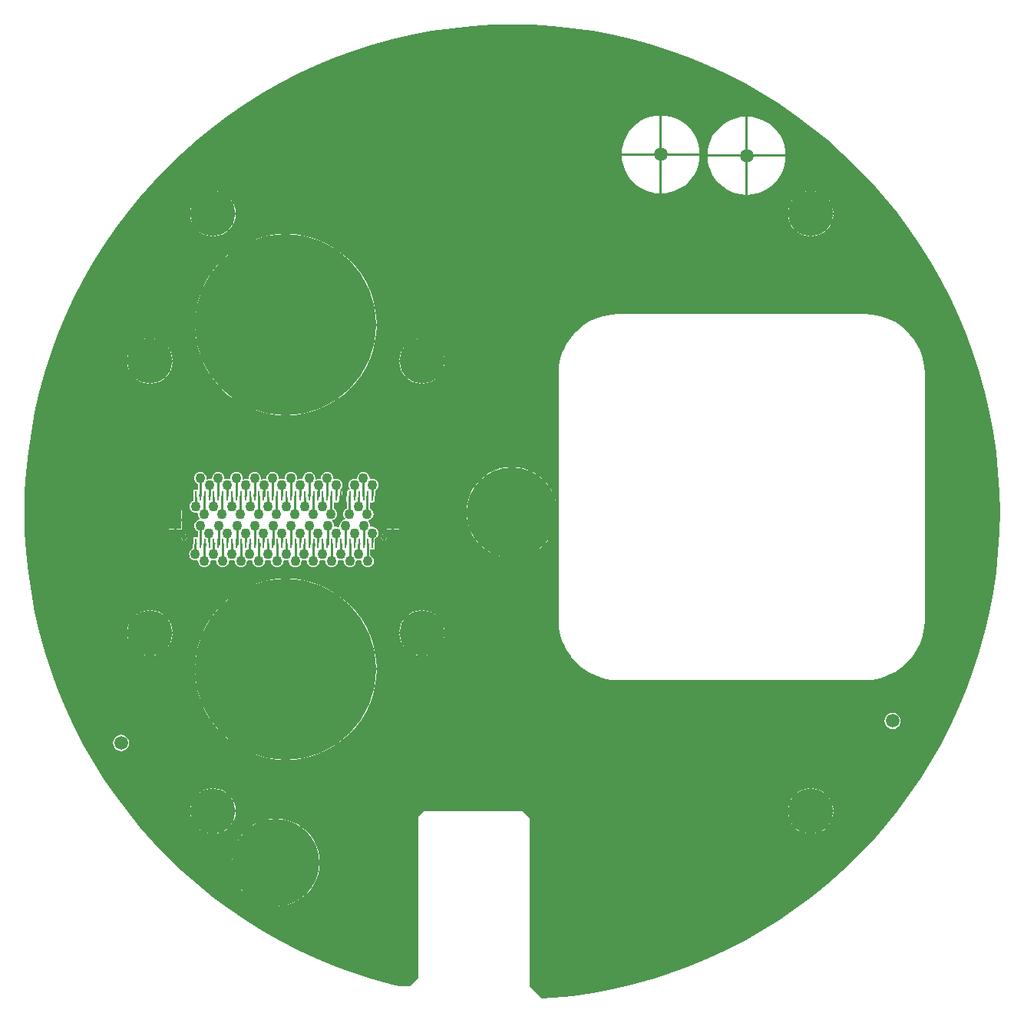
<source format=gbl>
G04 Layer_Physical_Order=2*
G04 Layer_Color=16711680*
%FSLAX42Y42*%
%MOMM*%
G71*
G01*
G75*
%ADD11R,0.25X1.12*%
G04:AMPARAMS|DCode=12|XSize=0.25mm|YSize=1.12mm|CornerRadius=0.13mm|HoleSize=0mm|Usage=FLASHONLY|Rotation=0.000|XOffset=0mm|YOffset=0mm|HoleType=Round|Shape=RoundedRectangle|*
%AMROUNDEDRECTD12*
21,1,0.25,0.86,0,0,0.0*
21,1,0.00,1.12,0,0,0.0*
1,1,0.25,0.00,-0.43*
1,1,0.25,0.00,-0.43*
1,1,0.25,0.00,0.43*
1,1,0.25,0.00,0.43*
%
%ADD12ROUNDEDRECTD12*%
%ADD13R,1.42X2.11*%
%ADD14C,0.25*%
%ADD15C,1.52*%
%ADD17C,0.66*%
%ADD18C,5.00*%
%ADD19C,20.00*%
%ADD20C,10.00*%
%ADD21C,9.64*%
%ADD22C,1.10*%
G04:AMPARAMS|DCode=23|XSize=1.52mm|YSize=1.52mm|CornerRadius=0.76mm|HoleSize=0mm|Usage=FLASHONLY|Rotation=180.000|XOffset=0mm|YOffset=0mm|HoleType=Round|Shape=RoundedRectangle|*
%AMROUNDEDRECTD23*
21,1,1.52,0.00,0,0,180.0*
21,1,0.00,1.52,0,0,180.0*
1,1,1.52,0.00,0.00*
1,1,1.52,0.00,0.00*
1,1,1.52,0.00,0.00*
1,1,1.52,0.00,0.00*
%
%ADD23ROUNDEDRECTD23*%
G04:AMPARAMS|DCode=24|XSize=1.52mm|YSize=1.52mm|CornerRadius=0.76mm|HoleSize=0mm|Usage=FLASHONLY|Rotation=90.000|XOffset=0mm|YOffset=0mm|HoleType=Round|Shape=RoundedRectangle|*
%AMROUNDEDRECTD24*
21,1,1.52,0.00,0,0,90.0*
21,1,0.00,1.52,0,0,90.0*
1,1,1.52,0.00,0.00*
1,1,1.52,0.00,0.00*
1,1,1.52,0.00,0.00*
1,1,1.52,0.00,0.00*
%
%ADD24ROUNDEDRECTD24*%
G36*
X11726Y16878D02*
X11948Y16865D01*
X12169Y16842D01*
X12389Y16810D01*
X12608Y16769D01*
X12824Y16718D01*
X13039Y16659D01*
X13250Y16592D01*
X13459Y16515D01*
X13665Y16430D01*
X13866Y16336D01*
X14064Y16235D01*
X14257Y16125D01*
X14446Y16007D01*
X14629Y15882D01*
X14808Y15749D01*
X14980Y15609D01*
X15147Y15461D01*
X15307Y15307D01*
X15461Y15147D01*
X15609Y14980D01*
X15749Y14808D01*
X15882Y14629D01*
X16007Y14446D01*
X16125Y14257D01*
X16235Y14064D01*
X16336Y13866D01*
X16430Y13665D01*
X16515Y13459D01*
X16592Y13250D01*
X16659Y13039D01*
X16718Y12824D01*
X16769Y12608D01*
X16810Y12389D01*
X16842Y12169D01*
X16865Y11948D01*
X16878Y11726D01*
X16883Y11504D01*
X16878Y11281D01*
X16865Y11059D01*
X16842Y10838D01*
X16810Y10618D01*
X16769Y10400D01*
X16718Y10183D01*
X16659Y9969D01*
X16592Y9757D01*
X16515Y9548D01*
X16430Y9343D01*
X16336Y9141D01*
X16235Y8943D01*
X16125Y8750D01*
X16007Y8561D01*
X15882Y8378D01*
X15749Y8200D01*
X15609Y8027D01*
X15461Y7860D01*
X15307Y7700D01*
X15147Y7546D01*
X14980Y7399D01*
X14808Y7259D01*
X14629Y7126D01*
X14446Y7000D01*
X14257Y6883D01*
X14064Y6773D01*
X13866Y6671D01*
X13665Y6577D01*
X13459Y6492D01*
X13250Y6416D01*
X13039Y6348D01*
X12824Y6289D01*
X12608Y6239D01*
X12389Y6198D01*
X12169Y6166D01*
X11948Y6143D01*
X11829Y6135D01*
X11701Y6264D01*
Y8115D01*
X11700Y8122D01*
X11696Y8127D01*
X11627Y8196D01*
X11622Y8199D01*
X11615Y8201D01*
X10538D01*
X10532Y8199D01*
X10527Y8196D01*
X10473Y8142D01*
X10470Y8137D01*
X10468Y8131D01*
Y6362D01*
X10377Y6271D01*
X10259D01*
X10258Y6272D01*
Y6272D01*
X10183Y6289D01*
X9969Y6348D01*
X9757Y6416D01*
X9548Y6492D01*
X9343Y6577D01*
X9141Y6671D01*
X8943Y6773D01*
X8750Y6883D01*
X8561Y7000D01*
X8378Y7126D01*
X8200Y7259D01*
X8027Y7399D01*
X7860Y7546D01*
X7700Y7700D01*
X7546Y7860D01*
X7399Y8027D01*
X7259Y8200D01*
X7126Y8378D01*
X7000Y8561D01*
X6883Y8750D01*
X6773Y8943D01*
X6671Y9141D01*
X6577Y9343D01*
X6492Y9548D01*
X6416Y9757D01*
X6348Y9969D01*
X6289Y10183D01*
X6239Y10400D01*
X6198Y10618D01*
X6166Y10838D01*
X6143Y11059D01*
X6129Y11281D01*
X6124Y11504D01*
X6129Y11726D01*
X6143Y11948D01*
X6166Y12169D01*
X6198Y12389D01*
X6239Y12608D01*
X6289Y12824D01*
X6348Y13039D01*
X6416Y13250D01*
X6492Y13459D01*
X6577Y13665D01*
X6671Y13866D01*
X6773Y14064D01*
X6883Y14257D01*
X7000Y14446D01*
X7126Y14629D01*
X7259Y14808D01*
X7399Y14980D01*
X7546Y15147D01*
X7700Y15307D01*
X7860Y15461D01*
X8027Y15609D01*
X8200Y15749D01*
X8378Y15882D01*
X8561Y16007D01*
X8750Y16125D01*
X8943Y16235D01*
X9141Y16336D01*
X9343Y16430D01*
X9548Y16515D01*
X9757Y16592D01*
X9969Y16659D01*
X10183Y16718D01*
X10400Y16769D01*
X10618Y16810D01*
X10838Y16842D01*
X11059Y16865D01*
X11281Y16878D01*
X11504Y16883D01*
X11726Y16878D01*
D02*
G37*
%LPC*%
G36*
X10521Y10420D02*
Y10183D01*
X10758D01*
X10754Y10219D01*
X10740Y10266D01*
X10717Y10310D01*
X10686Y10348D01*
X10648Y10379D01*
X10604Y10402D01*
X10557Y10417D01*
X10521Y10420D01*
D02*
G37*
G36*
X7521D02*
Y10183D01*
X7758D01*
X7755Y10219D01*
X7740Y10266D01*
X7717Y10310D01*
X7686Y10348D01*
X7648Y10379D01*
X7604Y10402D01*
X7557Y10417D01*
X7521Y10420D01*
D02*
G37*
G36*
X12000Y11487D02*
X11513D01*
Y11000D01*
X11565Y11003D01*
X11630Y11016D01*
X11692Y11037D01*
X11751Y11066D01*
X11805Y11102D01*
X11854Y11146D01*
X11898Y11195D01*
X11934Y11249D01*
X11963Y11308D01*
X11984Y11370D01*
X11997Y11435D01*
X12000Y11487D01*
D02*
G37*
G36*
X11487D02*
X11000D01*
X11003Y11435D01*
X11016Y11370D01*
X11037Y11308D01*
X11066Y11249D01*
X11102Y11195D01*
X11146Y11146D01*
X11195Y11102D01*
X11249Y11066D01*
X11308Y11037D01*
X11370Y11016D01*
X11435Y11003D01*
X11487Y11000D01*
Y11487D01*
D02*
G37*
G36*
X10495Y10420D02*
X10459Y10417D01*
X10412Y10402D01*
X10368Y10379D01*
X10330Y10348D01*
X10299Y10310D01*
X10276Y10266D01*
X10262Y10219D01*
X10258Y10183D01*
X10495D01*
Y10420D01*
D02*
G37*
G36*
X7758Y10157D02*
X7521D01*
Y9920D01*
X7557Y9924D01*
X7604Y9938D01*
X7648Y9961D01*
X7686Y9993D01*
X7717Y10031D01*
X7740Y10074D01*
X7755Y10121D01*
X7758Y10157D01*
D02*
G37*
G36*
X10495D02*
X10258D01*
X10262Y10121D01*
X10276Y10074D01*
X10299Y10031D01*
X10330Y9993D01*
X10368Y9961D01*
X10412Y9938D01*
X10459Y9924D01*
X10495Y9920D01*
Y10157D01*
D02*
G37*
G36*
X7496Y10420D02*
X7459Y10417D01*
X7412Y10402D01*
X7369Y10379D01*
X7331Y10348D01*
X7299Y10310D01*
X7276Y10266D01*
X7262Y10219D01*
X7258Y10183D01*
X7496D01*
Y10420D01*
D02*
G37*
G36*
X10758Y10157D02*
X10521D01*
Y9920D01*
X10557Y9924D01*
X10604Y9938D01*
X10648Y9961D01*
X10686Y9993D01*
X10717Y10031D01*
X10740Y10074D01*
X10754Y10121D01*
X10758Y10157D01*
D02*
G37*
G36*
X10102Y11258D02*
Y11240D01*
X10120D01*
X10120Y11240D01*
X10113Y11251D01*
X10102Y11258D01*
X10102Y11258D01*
D02*
G37*
G36*
X10076D02*
X10076Y11258D01*
X10065Y11251D01*
X10058Y11240D01*
X10058Y11240D01*
X10076D01*
Y11258D01*
D02*
G37*
G36*
X7775Y11405D02*
X7716D01*
Y11312D01*
X7775D01*
Y11405D01*
D02*
G37*
G36*
X7899Y11258D02*
Y11240D01*
X7918D01*
X7918Y11240D01*
X7910Y11251D01*
X7899Y11258D01*
X7899Y11258D01*
D02*
G37*
G36*
X7874D02*
X7874Y11258D01*
X7863Y11251D01*
X7855Y11240D01*
X7855Y11240D01*
X7874D01*
Y11258D01*
D02*
G37*
G36*
X7918Y11215D02*
X7899D01*
Y11196D01*
X7899Y11196D01*
X7910Y11204D01*
X7918Y11214D01*
X7918Y11215D01*
D02*
G37*
G36*
X10076D02*
X10058D01*
X10058Y11214D01*
X10065Y11204D01*
X10076Y11196D01*
X10076Y11196D01*
Y11215D01*
D02*
G37*
G36*
X10120D02*
X10102D01*
Y11196D01*
X10102Y11196D01*
X10113Y11204D01*
X10120Y11214D01*
X10120Y11215D01*
D02*
G37*
G36*
X7874D02*
X7855D01*
X7855Y11214D01*
X7863Y11204D01*
X7874Y11196D01*
X7874Y11196D01*
Y11215D01*
D02*
G37*
G36*
X7496Y10157D02*
X7258D01*
X7262Y10121D01*
X7276Y10074D01*
X7299Y10031D01*
X7331Y9993D01*
X7369Y9961D01*
X7412Y9938D01*
X7459Y9924D01*
X7496Y9920D01*
Y10157D01*
D02*
G37*
G36*
X8191Y8191D02*
X7954D01*
X7958Y8155D01*
X7972Y8108D01*
X7995Y8064D01*
X8026Y8026D01*
X8064Y7995D01*
X8108Y7972D01*
X8155Y7958D01*
X8191Y7954D01*
Y8191D01*
D02*
G37*
G36*
X15046Y8191D02*
X14809D01*
Y7954D01*
X14845Y7958D01*
X14892Y7972D01*
X14936Y7995D01*
X14974Y8026D01*
X15005Y8064D01*
X15028Y8108D01*
X15042Y8155D01*
X15046Y8191D01*
D02*
G37*
G36*
X14783Y8454D02*
X14747Y8450D01*
X14700Y8436D01*
X14656Y8413D01*
X14618Y8382D01*
X14587Y8343D01*
X14564Y8300D01*
X14550Y8253D01*
X14546Y8217D01*
X14783D01*
Y8454D01*
D02*
G37*
G36*
X8454Y8191D02*
X8217D01*
Y7954D01*
X8253Y7958D01*
X8300Y7972D01*
X8344Y7995D01*
X8382Y8026D01*
X8413Y8064D01*
X8436Y8108D01*
X8450Y8155D01*
X8454Y8191D01*
D02*
G37*
G36*
X14783Y8191D02*
X14546D01*
X14550Y8155D01*
X14564Y8108D01*
X14587Y8064D01*
X14618Y8026D01*
X14656Y7995D01*
X14700Y7972D01*
X14747Y7958D01*
X14783Y7954D01*
Y8191D01*
D02*
G37*
G36*
X9380Y7624D02*
X8911D01*
Y7155D01*
X8961Y7158D01*
X9023Y7170D01*
X9083Y7191D01*
X9140Y7219D01*
X9192Y7254D01*
X9240Y7295D01*
X9281Y7343D01*
X9317Y7395D01*
X9345Y7452D01*
X9365Y7512D01*
X9377Y7574D01*
X9380Y7624D01*
D02*
G37*
G36*
X8886D02*
X8416D01*
X8419Y7574D01*
X8432Y7512D01*
X8452Y7452D01*
X8480Y7395D01*
X8515Y7343D01*
X8557Y7295D01*
X8604Y7254D01*
X8657Y7219D01*
X8713Y7191D01*
X8773Y7170D01*
X8835Y7158D01*
X8886Y7155D01*
Y7624D01*
D02*
G37*
G36*
X8911Y8119D02*
Y7650D01*
X9380D01*
X9377Y7700D01*
X9365Y7762D01*
X9345Y7822D01*
X9317Y7878D01*
X9281Y7931D01*
X9240Y7979D01*
X9192Y8020D01*
X9140Y8055D01*
X9083Y8083D01*
X9023Y8104D01*
X8961Y8116D01*
X8911Y8119D01*
D02*
G37*
G36*
X8886D02*
X8835Y8116D01*
X8773Y8104D01*
X8713Y8083D01*
X8657Y8055D01*
X8604Y8020D01*
X8557Y7979D01*
X8515Y7931D01*
X8480Y7878D01*
X8452Y7822D01*
X8432Y7762D01*
X8419Y7700D01*
X8416Y7650D01*
X8886D01*
Y8119D01*
D02*
G37*
G36*
X15700Y9290D02*
X15677Y9286D01*
X15655Y9278D01*
X15636Y9263D01*
X15622Y9245D01*
X15613Y9223D01*
X15610Y9200D01*
X15613Y9177D01*
X15622Y9155D01*
X15636Y9136D01*
X15655Y9122D01*
X15677Y9113D01*
X15700Y9110D01*
X15723Y9113D01*
X15745Y9122D01*
X15763Y9136D01*
X15777Y9155D01*
X15786Y9177D01*
X15789Y9200D01*
X15786Y9223D01*
X15777Y9245D01*
X15763Y9263D01*
X15745Y9278D01*
X15723Y9286D01*
X15700Y9290D01*
D02*
G37*
G36*
X7191Y9046D02*
X7168Y9043D01*
X7146Y9034D01*
X7127Y9019D01*
X7113Y9001D01*
X7104Y8979D01*
X7101Y8956D01*
X7104Y8933D01*
X7113Y8911D01*
X7127Y8893D01*
X7146Y8878D01*
X7168Y8869D01*
X7191Y8866D01*
X7214Y8869D01*
X7236Y8878D01*
X7254Y8893D01*
X7268Y8911D01*
X7277Y8933D01*
X7280Y8956D01*
X7277Y8979D01*
X7268Y9001D01*
X7254Y9019D01*
X7236Y9034D01*
X7214Y9043D01*
X7191Y9046D01*
D02*
G37*
G36*
X9021Y10771D02*
Y9783D01*
X10009D01*
X10005Y9868D01*
X9990Y9966D01*
X9966Y10061D01*
X9933Y10153D01*
X9891Y10242D01*
X9841Y10326D01*
X9782Y10405D01*
X9716Y10478D01*
X9643Y10544D01*
X9564Y10603D01*
X9480Y10653D01*
X9391Y10695D01*
X9299Y10728D01*
X9203Y10752D01*
X9106Y10767D01*
X9021Y10771D01*
D02*
G37*
G36*
X8995D02*
X8910Y10767D01*
X8813Y10752D01*
X8717Y10728D01*
X8625Y10695D01*
X8536Y10653D01*
X8452Y10603D01*
X8373Y10544D01*
X8300Y10478D01*
X8234Y10405D01*
X8176Y10326D01*
X8125Y10242D01*
X8083Y10153D01*
X8050Y10061D01*
X8026Y9966D01*
X8012Y9868D01*
X8008Y9783D01*
X8995D01*
Y10771D01*
D02*
G37*
G36*
X10009Y9757D02*
X9021D01*
Y8770D01*
X9106Y8774D01*
X9203Y8788D01*
X9299Y8812D01*
X9391Y8845D01*
X9480Y8887D01*
X9564Y8938D01*
X9643Y8996D01*
X9716Y9062D01*
X9782Y9135D01*
X9841Y9214D01*
X9891Y9298D01*
X9933Y9387D01*
X9966Y9480D01*
X9990Y9575D01*
X10005Y9672D01*
X10009Y9757D01*
D02*
G37*
G36*
X8191Y8454D02*
X8155Y8450D01*
X8108Y8436D01*
X8064Y8413D01*
X8026Y8382D01*
X7995Y8344D01*
X7972Y8300D01*
X7958Y8253D01*
X7954Y8217D01*
X8191D01*
Y8454D01*
D02*
G37*
G36*
X14809Y8454D02*
Y8217D01*
X15046D01*
X15042Y8253D01*
X15028Y8300D01*
X15005Y8343D01*
X14974Y8382D01*
X14936Y8413D01*
X14892Y8436D01*
X14845Y8450D01*
X14809Y8454D01*
D02*
G37*
G36*
X8995Y9757D02*
X8008D01*
X8012Y9672D01*
X8026Y9575D01*
X8050Y9480D01*
X8083Y9387D01*
X8125Y9298D01*
X8176Y9214D01*
X8234Y9135D01*
X8300Y9062D01*
X8373Y8996D01*
X8452Y8938D01*
X8536Y8887D01*
X8625Y8845D01*
X8717Y8812D01*
X8813Y8788D01*
X8910Y8774D01*
X8995Y8770D01*
Y9757D01*
D02*
G37*
G36*
X8217Y8454D02*
Y8217D01*
X8454D01*
X8450Y8253D01*
X8436Y8300D01*
X8413Y8344D01*
X8382Y8382D01*
X8344Y8413D01*
X8300Y8436D01*
X8253Y8450D01*
X8217Y8454D01*
D02*
G37*
G36*
X7859Y11405D02*
X7800D01*
Y11312D01*
X7859D01*
Y11405D01*
D02*
G37*
G36*
X15046Y14783D02*
X14809D01*
Y14546D01*
X14845Y14550D01*
X14892Y14564D01*
X14936Y14587D01*
X14974Y14618D01*
X15005Y14657D01*
X15028Y14700D01*
X15042Y14747D01*
X15046Y14783D01*
D02*
G37*
G36*
X14783D02*
X14546D01*
X14550Y14747D01*
X14564Y14700D01*
X14587Y14657D01*
X14618Y14618D01*
X14657Y14587D01*
X14700Y14564D01*
X14747Y14550D01*
X14783Y14546D01*
Y14783D01*
D02*
G37*
G36*
X8217Y15046D02*
Y14809D01*
X8454D01*
X8450Y14845D01*
X8436Y14892D01*
X8413Y14936D01*
X8382Y14974D01*
X8343Y15005D01*
X8300Y15028D01*
X8253Y15042D01*
X8217Y15046D01*
D02*
G37*
G36*
X8191D02*
X8155Y15042D01*
X8108Y15028D01*
X8064Y15005D01*
X8026Y14974D01*
X7995Y14936D01*
X7972Y14892D01*
X7958Y14845D01*
X7954Y14809D01*
X8191D01*
Y15046D01*
D02*
G37*
G36*
X8454Y14783D02*
X8217D01*
Y14546D01*
X8253Y14550D01*
X8300Y14564D01*
X8343Y14587D01*
X8382Y14618D01*
X8413Y14657D01*
X8436Y14700D01*
X8450Y14747D01*
X8454Y14783D01*
D02*
G37*
G36*
X9021Y14571D02*
Y13583D01*
X10009D01*
X10005Y13668D01*
X9990Y13765D01*
X9966Y13861D01*
X9933Y13953D01*
X9891Y14042D01*
X9841Y14126D01*
X9782Y14205D01*
X9716Y14278D01*
X9643Y14344D01*
X9564Y14402D01*
X9480Y14453D01*
X9391Y14495D01*
X9299Y14528D01*
X9203Y14552D01*
X9106Y14566D01*
X9021Y14571D01*
D02*
G37*
G36*
X8995D02*
X8910Y14566D01*
X8813Y14552D01*
X8717Y14528D01*
X8625Y14495D01*
X8536Y14453D01*
X8452Y14402D01*
X8373Y14344D01*
X8300Y14278D01*
X8234Y14205D01*
X8176Y14126D01*
X8125Y14042D01*
X8083Y13953D01*
X8050Y13861D01*
X8026Y13765D01*
X8012Y13668D01*
X8008Y13583D01*
X8995D01*
Y14571D01*
D02*
G37*
G36*
X8191Y14783D02*
X7954D01*
X7958Y14747D01*
X7972Y14700D01*
X7995Y14657D01*
X8026Y14618D01*
X8064Y14587D01*
X8108Y14564D01*
X8155Y14550D01*
X8191Y14546D01*
Y14783D01*
D02*
G37*
G36*
X15390Y13690D02*
X12680D01*
X12680Y13690D01*
X12679Y13690D01*
X12594Y13685D01*
X12593Y13684D01*
X12592Y13684D01*
X12509Y13668D01*
X12508Y13667D01*
X12507Y13667D01*
X12426Y13640D01*
X12425Y13639D01*
X12425Y13639D01*
X12348Y13602D01*
X12347Y13601D01*
X12347Y13601D01*
X12276Y13553D01*
X12275Y13552D01*
X12274Y13552D01*
X12210Y13496D01*
X12210Y13495D01*
X12209Y13495D01*
X12153Y13431D01*
X12152Y13430D01*
X12152Y13429D01*
X12104Y13358D01*
X12104Y13357D01*
X12103Y13357D01*
X12066Y13280D01*
X12066Y13279D01*
X12065Y13279D01*
X12038Y13198D01*
X12038Y13197D01*
X12037Y13196D01*
X12020Y13113D01*
X12021Y13112D01*
X12020Y13111D01*
X12015Y13026D01*
X12015Y13025D01*
X12015Y13025D01*
Y10315D01*
X12015Y10314D01*
X12015Y10314D01*
X12020Y10229D01*
X12021Y10228D01*
X12020Y10227D01*
X12037Y10144D01*
X12038Y10143D01*
X12038Y10142D01*
X12065Y10061D01*
X12066Y10060D01*
X12066Y10059D01*
X12103Y9983D01*
X12104Y9982D01*
X12104Y9981D01*
X12152Y9911D01*
X12152Y9910D01*
X12153Y9909D01*
X12209Y9845D01*
X12210Y9845D01*
X12210Y9844D01*
X12274Y9788D01*
X12275Y9787D01*
X12276Y9787D01*
X12347Y9739D01*
X12347Y9739D01*
X12348Y9738D01*
X12425Y9701D01*
X12425Y9701D01*
X12426Y9700D01*
X12507Y9672D01*
X12508Y9673D01*
X12509Y9672D01*
X12592Y9655D01*
X12593Y9656D01*
X12594Y9655D01*
X12679Y9650D01*
X12680Y9650D01*
X12680Y9650D01*
X15390D01*
X15390Y9650D01*
X15391Y9650D01*
X15476Y9655D01*
X15477Y9656D01*
X15478Y9655D01*
X15561Y9672D01*
X15562Y9673D01*
X15563Y9672D01*
X15644Y9700D01*
X15644Y9701D01*
X15645Y9701D01*
X15722Y9738D01*
X15722Y9739D01*
X15723Y9739D01*
X15794Y9787D01*
X15795Y9787D01*
X15796Y9788D01*
X15860Y9844D01*
X15860Y9845D01*
X15861Y9845D01*
X15917Y9909D01*
X15918Y9910D01*
X15918Y9911D01*
X15966Y9981D01*
X15966Y9982D01*
X15967Y9983D01*
X16004Y10059D01*
X16004Y10060D01*
X16005Y10061D01*
X16032Y10142D01*
X16032Y10143D01*
X16033Y10144D01*
X16049Y10227D01*
X16049Y10228D01*
X16050Y10229D01*
X16055Y10314D01*
X16055Y10314D01*
X16055Y10315D01*
Y13025D01*
X16055Y13025D01*
X16055Y13026D01*
X16050Y13111D01*
X16049Y13112D01*
X16049Y13113D01*
X16033Y13196D01*
X16032Y13197D01*
X16032Y13198D01*
X16005Y13279D01*
X16004Y13279D01*
X16004Y13280D01*
X15967Y13357D01*
X15966Y13357D01*
X15966Y13358D01*
X15918Y13429D01*
X15918Y13430D01*
X15917Y13431D01*
X15861Y13495D01*
X15860Y13495D01*
X15860Y13496D01*
X15796Y13552D01*
X15795Y13552D01*
X15794Y13553D01*
X15723Y13601D01*
X15722Y13601D01*
X15722Y13602D01*
X15645Y13639D01*
X15644Y13639D01*
X15644Y13640D01*
X15563Y13667D01*
X15562Y13667D01*
X15561Y13668D01*
X15478Y13684D01*
X15477Y13684D01*
X15476Y13685D01*
X15391Y13690D01*
X15390Y13690D01*
X15390Y13690D01*
D02*
G37*
G36*
X14783Y15046D02*
X14747Y15042D01*
X14700Y15028D01*
X14657Y15005D01*
X14618Y14974D01*
X14587Y14936D01*
X14564Y14892D01*
X14550Y14845D01*
X14546Y14809D01*
X14783D01*
Y15046D01*
D02*
G37*
G36*
X14102Y15866D02*
Y15448D01*
X14519D01*
X14517Y15492D01*
X14506Y15547D01*
X14488Y15600D01*
X14463Y15651D01*
X14431Y15698D01*
X14394Y15740D01*
X14352Y15777D01*
X14305Y15809D01*
X14254Y15834D01*
X14201Y15852D01*
X14146Y15863D01*
X14102Y15866D01*
D02*
G37*
G36*
X14077D02*
X14033Y15863D01*
X13978Y15852D01*
X13924Y15834D01*
X13874Y15809D01*
X13827Y15777D01*
X13785Y15740D01*
X13748Y15698D01*
X13716Y15651D01*
X13691Y15600D01*
X13673Y15547D01*
X13662Y15492D01*
X13659Y15448D01*
X14077D01*
Y15866D01*
D02*
G37*
G36*
X13155Y15878D02*
Y15461D01*
X13572D01*
X13569Y15505D01*
X13558Y15560D01*
X13540Y15613D01*
X13515Y15664D01*
X13484Y15711D01*
X13447Y15753D01*
X13404Y15790D01*
X13357Y15821D01*
X13307Y15846D01*
X13253Y15865D01*
X13198Y15876D01*
X13155Y15878D01*
D02*
G37*
G36*
X13129D02*
X13086Y15876D01*
X13030Y15865D01*
X12977Y15846D01*
X12926Y15821D01*
X12880Y15790D01*
X12837Y15753D01*
X12800Y15711D01*
X12769Y15664D01*
X12744Y15613D01*
X12726Y15560D01*
X12715Y15505D01*
X12712Y15461D01*
X13129D01*
Y15878D01*
D02*
G37*
G36*
X13572Y15436D02*
X13155D01*
Y15018D01*
X13198Y15021D01*
X13253Y15032D01*
X13307Y15050D01*
X13357Y15075D01*
X13404Y15106D01*
X13447Y15144D01*
X13484Y15186D01*
X13515Y15233D01*
X13540Y15283D01*
X13558Y15337D01*
X13569Y15392D01*
X13572Y15436D01*
D02*
G37*
G36*
X14077Y15423D02*
X13659D01*
X13662Y15379D01*
X13673Y15324D01*
X13691Y15271D01*
X13716Y15220D01*
X13748Y15173D01*
X13785Y15131D01*
X13827Y15094D01*
X13874Y15062D01*
X13924Y15037D01*
X13978Y15019D01*
X14033Y15008D01*
X14077Y15005D01*
Y15423D01*
D02*
G37*
G36*
X14809Y15046D02*
Y14809D01*
X15046D01*
X15042Y14845D01*
X15028Y14892D01*
X15005Y14936D01*
X14974Y14974D01*
X14936Y15005D01*
X14892Y15028D01*
X14845Y15042D01*
X14809Y15046D01*
D02*
G37*
G36*
X13129Y15436D02*
X12712D01*
X12715Y15392D01*
X12726Y15337D01*
X12744Y15283D01*
X12769Y15233D01*
X12800Y15186D01*
X12837Y15144D01*
X12880Y15106D01*
X12926Y15075D01*
X12977Y15050D01*
X13030Y15032D01*
X13086Y15021D01*
X13129Y15018D01*
Y15436D01*
D02*
G37*
G36*
X14519Y15423D02*
X14102D01*
Y15005D01*
X14146Y15008D01*
X14201Y15019D01*
X14254Y15037D01*
X14305Y15062D01*
X14352Y15094D01*
X14394Y15131D01*
X14431Y15173D01*
X14463Y15220D01*
X14488Y15271D01*
X14506Y15324D01*
X14517Y15379D01*
X14519Y15423D01*
D02*
G37*
G36*
X11487Y12000D02*
X11435Y11997D01*
X11370Y11984D01*
X11308Y11963D01*
X11249Y11934D01*
X11195Y11898D01*
X11146Y11854D01*
X11102Y11805D01*
X11066Y11751D01*
X11037Y11692D01*
X11016Y11630D01*
X11003Y11565D01*
X11000Y11513D01*
X11487D01*
Y12000D01*
D02*
G37*
G36*
X7859Y11523D02*
X7800D01*
Y11430D01*
X7859D01*
Y11523D01*
D02*
G37*
G36*
X9863Y11945D02*
X9846Y11942D01*
X9829Y11935D01*
X9815Y11925D01*
X9804Y11910D01*
X9797Y11894D01*
X9795Y11876D01*
X9795Y11875D01*
X9786Y11866D01*
X9783Y11866D01*
X9767Y11868D01*
X9749Y11866D01*
X9733Y11859D01*
X9718Y11848D01*
X9708Y11834D01*
X9701Y11818D01*
X9698Y11800D01*
X9701Y11782D01*
X9708Y11766D01*
X9712Y11760D01*
X9706Y11748D01*
X9689D01*
Y11737D01*
X9677Y11735D01*
X9677D01*
Y11679D01*
Y11623D01*
X9677D01*
X9682Y11613D01*
Y11545D01*
X9674Y11542D01*
X9660Y11531D01*
X9649Y11517D01*
X9642Y11500D01*
X9640Y11483D01*
X9642Y11465D01*
X9649Y11448D01*
X9660Y11434D01*
X9661Y11434D01*
X9657Y11420D01*
X9652Y11420D01*
X9635Y11413D01*
X9621Y11402D01*
X9610Y11388D01*
X9603Y11371D01*
X9601Y11354D01*
X9603Y11343D01*
X9591Y11334D01*
X9582Y11338D01*
X9564Y11340D01*
X9548Y11338D01*
X9543Y11341D01*
X9536Y11348D01*
X9537Y11354D01*
X9535Y11371D01*
X9528Y11388D01*
X9517Y11402D01*
X9516Y11403D01*
X9520Y11416D01*
X9525Y11417D01*
X9542Y11423D01*
X9556Y11434D01*
X9567Y11448D01*
X9574Y11465D01*
X9576Y11483D01*
X9574Y11500D01*
X9567Y11517D01*
X9556Y11531D01*
X9542Y11542D01*
X9534Y11545D01*
Y11610D01*
X9589D01*
Y11621D01*
X9601Y11623D01*
X9601D01*
Y11679D01*
X9614D01*
Y11692D01*
X9627D01*
Y11735D01*
X9613D01*
X9609Y11748D01*
X9614Y11752D01*
X9625Y11766D01*
X9632Y11782D01*
X9634Y11800D01*
X9632Y11818D01*
X9625Y11834D01*
X9614Y11848D01*
X9600Y11859D01*
X9584Y11866D01*
X9566Y11868D01*
X9548Y11866D01*
X9544Y11864D01*
X9532Y11873D01*
X9533Y11876D01*
X9530Y11894D01*
X9524Y11910D01*
X9513Y11925D01*
X9499Y11935D01*
X9482Y11942D01*
X9464Y11945D01*
X9447Y11942D01*
X9430Y11935D01*
X9416Y11925D01*
X9405Y11910D01*
X9398Y11894D01*
X9396Y11876D01*
X9397Y11872D01*
X9387Y11865D01*
X9383Y11866D01*
X9365Y11868D01*
X9348Y11866D01*
X9343Y11864D01*
X9332Y11873D01*
X9332Y11876D01*
X9330Y11894D01*
X9323Y11910D01*
X9312Y11925D01*
X9298Y11935D01*
X9281Y11942D01*
X9264Y11945D01*
X9246Y11942D01*
X9230Y11935D01*
X9215Y11925D01*
X9205Y11910D01*
X9198Y11894D01*
X9195Y11876D01*
X9196Y11872D01*
X9186Y11865D01*
X9182Y11866D01*
X9165Y11868D01*
X9147Y11866D01*
X9143Y11864D01*
X9131Y11873D01*
X9131Y11876D01*
X9129Y11894D01*
X9122Y11910D01*
X9111Y11925D01*
X9097Y11935D01*
X9081Y11942D01*
X9063Y11945D01*
X9045Y11942D01*
X9029Y11935D01*
X9015Y11925D01*
X9004Y11910D01*
X8997Y11894D01*
X8995Y11876D01*
X8995Y11872D01*
X8985Y11865D01*
X8982Y11866D01*
X8964Y11868D01*
X8947Y11866D01*
X8942Y11864D01*
X8931Y11873D01*
X8931Y11876D01*
X8929Y11894D01*
X8922Y11910D01*
X8911Y11925D01*
X8897Y11935D01*
X8881Y11942D01*
X8863Y11945D01*
X8845Y11942D01*
X8829Y11935D01*
X8815Y11925D01*
X8804Y11910D01*
X8797Y11894D01*
X8795Y11876D01*
X8795Y11873D01*
X8785Y11865D01*
X8782Y11866D01*
X8764Y11868D01*
X8747Y11866D01*
X8742Y11864D01*
X8731Y11873D01*
X8731Y11876D01*
X8729Y11894D01*
X8722Y11910D01*
X8711Y11925D01*
X8697Y11935D01*
X8681Y11942D01*
X8663Y11945D01*
X8645Y11942D01*
X8629Y11935D01*
X8615Y11925D01*
X8604Y11910D01*
X8597Y11894D01*
X8595Y11876D01*
X8595Y11873D01*
X8585Y11865D01*
X8582Y11866D01*
X8564Y11868D01*
X8547Y11866D01*
X8542Y11864D01*
X8531Y11873D01*
X8531Y11876D01*
X8529Y11894D01*
X8522Y11910D01*
X8511Y11925D01*
X8497Y11935D01*
X8481Y11942D01*
X8463Y11945D01*
X8445Y11942D01*
X8429Y11935D01*
X8415Y11925D01*
X8404Y11910D01*
X8397Y11894D01*
X8395Y11876D01*
X8395Y11873D01*
X8385Y11865D01*
X8382Y11866D01*
X8364Y11868D01*
X8347Y11866D01*
X8342Y11864D01*
X8331Y11873D01*
X8331Y11876D01*
X8329Y11894D01*
X8322Y11910D01*
X8311Y11925D01*
X8297Y11935D01*
X8281Y11942D01*
X8263Y11945D01*
X8245Y11942D01*
X8229Y11935D01*
X8215Y11925D01*
X8204Y11910D01*
X8197Y11894D01*
X8195Y11876D01*
X8195Y11873D01*
X8185Y11865D01*
X8182Y11866D01*
X8164Y11868D01*
X8147Y11866D01*
X8142Y11864D01*
X8131Y11873D01*
X8131Y11876D01*
X8129Y11894D01*
X8122Y11910D01*
X8111Y11925D01*
X8097Y11935D01*
X8081Y11942D01*
X8063Y11945D01*
X8045Y11942D01*
X8029Y11935D01*
X8015Y11925D01*
X8004Y11910D01*
X7997Y11894D01*
X7995Y11876D01*
X7997Y11859D01*
X8004Y11842D01*
X8015Y11828D01*
X8029Y11817D01*
X8037Y11814D01*
Y11748D01*
X7988D01*
Y11675D01*
X7987Y11673D01*
X7985Y11663D01*
Y11627D01*
X7977Y11623D01*
X7963Y11613D01*
X7952Y11598D01*
X7945Y11582D01*
X7943Y11564D01*
X7945Y11547D01*
X7952Y11530D01*
X7963Y11516D01*
X7977Y11505D01*
X7993Y11498D01*
X8011Y11496D01*
X8027Y11498D01*
X8031Y11496D01*
X8039Y11489D01*
X8038Y11483D01*
X8040Y11465D01*
X8047Y11448D01*
X8058Y11434D01*
X8058Y11434D01*
X8055Y11420D01*
X8049Y11420D01*
X8033Y11413D01*
X8019Y11402D01*
X8008Y11388D01*
X8001Y11371D01*
X7999Y11354D01*
X8001Y11336D01*
X8008Y11320D01*
X8019Y11306D01*
X8033Y11295D01*
X8041Y11291D01*
X8041Y11226D01*
X7988D01*
Y11167D01*
X7985Y11162D01*
X7983Y11152D01*
Y11099D01*
X7974Y11095D01*
X7960Y11085D01*
X7949Y11070D01*
X7943Y11054D01*
X7940Y11036D01*
X7943Y11019D01*
X7949Y11002D01*
X7960Y10988D01*
X7974Y10977D01*
X7991Y10970D01*
X8009Y10968D01*
X8026Y10970D01*
X8031Y10972D01*
X8042Y10963D01*
X8042Y10960D01*
X8044Y10942D01*
X8051Y10926D01*
X8062Y10912D01*
X8076Y10901D01*
X8093Y10894D01*
X8110Y10892D01*
X8128Y10894D01*
X8144Y10901D01*
X8159Y10912D01*
X8169Y10926D01*
X8176Y10942D01*
X8179Y10960D01*
X8178Y10964D01*
X8188Y10972D01*
X8191Y10970D01*
X8209Y10968D01*
X8226Y10970D01*
X8231Y10972D01*
X8242Y10963D01*
X8242Y10960D01*
X8244Y10942D01*
X8251Y10926D01*
X8262Y10912D01*
X8276Y10901D01*
X8293Y10894D01*
X8310Y10892D01*
X8328Y10894D01*
X8344Y10901D01*
X8359Y10912D01*
X8369Y10926D01*
X8376Y10942D01*
X8379Y10960D01*
X8378Y10964D01*
X8388Y10972D01*
X8391Y10970D01*
X8409Y10968D01*
X8426Y10970D01*
X8431Y10972D01*
X8442Y10963D01*
X8442Y10960D01*
X8444Y10942D01*
X8451Y10926D01*
X8462Y10912D01*
X8476Y10901D01*
X8493Y10894D01*
X8510Y10892D01*
X8528Y10894D01*
X8544Y10901D01*
X8559Y10912D01*
X8569Y10926D01*
X8576Y10942D01*
X8579Y10960D01*
X8578Y10964D01*
X8588Y10972D01*
X8591Y10970D01*
X8609Y10968D01*
X8626Y10970D01*
X8631Y10972D01*
X8642Y10963D01*
X8642Y10960D01*
X8644Y10942D01*
X8651Y10926D01*
X8662Y10912D01*
X8676Y10901D01*
X8693Y10894D01*
X8710Y10892D01*
X8728Y10894D01*
X8744Y10901D01*
X8759Y10912D01*
X8769Y10926D01*
X8776Y10942D01*
X8779Y10960D01*
X8778Y10964D01*
X8788Y10972D01*
X8791Y10970D01*
X8809Y10968D01*
X8826Y10970D01*
X8831Y10972D01*
X8842Y10963D01*
X8842Y10960D01*
X8844Y10942D01*
X8851Y10926D01*
X8862Y10912D01*
X8876Y10901D01*
X8893Y10894D01*
X8910Y10892D01*
X8928Y10894D01*
X8944Y10901D01*
X8959Y10912D01*
X8969Y10926D01*
X8976Y10942D01*
X8979Y10960D01*
X8978Y10964D01*
X8988Y10972D01*
X8991Y10970D01*
X9009Y10968D01*
X9027Y10970D01*
X9031Y10972D01*
X9043Y10963D01*
X9042Y10960D01*
X9045Y10942D01*
X9051Y10926D01*
X9062Y10912D01*
X9076Y10901D01*
X9093Y10894D01*
X9111Y10892D01*
X9128Y10894D01*
X9145Y10901D01*
X9159Y10912D01*
X9170Y10926D01*
X9177Y10942D01*
X9179Y10960D01*
X9178Y10964D01*
X9188Y10972D01*
X9192Y10970D01*
X9210Y10968D01*
X9227Y10970D01*
X9232Y10972D01*
X9243Y10963D01*
X9243Y10960D01*
X9245Y10942D01*
X9252Y10926D01*
X9263Y10912D01*
X9277Y10901D01*
X9294Y10894D01*
X9311Y10892D01*
X9329Y10894D01*
X9345Y10901D01*
X9360Y10912D01*
X9370Y10926D01*
X9377Y10942D01*
X9380Y10960D01*
X9379Y10964D01*
X9389Y10972D01*
X9393Y10970D01*
X9410Y10968D01*
X9428Y10970D01*
X9432Y10972D01*
X9444Y10963D01*
X9444Y10960D01*
X9446Y10942D01*
X9453Y10926D01*
X9464Y10912D01*
X9478Y10901D01*
X9494Y10894D01*
X9512Y10892D01*
X9530Y10894D01*
X9546Y10901D01*
X9560Y10912D01*
X9571Y10926D01*
X9578Y10942D01*
X9580Y10960D01*
X9580Y10964D01*
X9590Y10972D01*
X9593Y10970D01*
X9611Y10968D01*
X9629Y10970D01*
X9633Y10972D01*
X9645Y10963D01*
X9644Y10960D01*
X9647Y10942D01*
X9653Y10926D01*
X9664Y10912D01*
X9678Y10901D01*
X9695Y10894D01*
X9713Y10892D01*
X9730Y10894D01*
X9747Y10901D01*
X9761Y10912D01*
X9772Y10926D01*
X9779Y10942D01*
X9781Y10960D01*
X9781Y10962D01*
X9790Y10970D01*
X9792Y10970D01*
X9809Y10968D01*
X9827Y10970D01*
X9831Y10972D01*
X9843Y10963D01*
X9842Y10960D01*
X9845Y10942D01*
X9852Y10926D01*
X9862Y10912D01*
X9877Y10901D01*
X9893Y10894D01*
X9911Y10892D01*
X9928Y10894D01*
X9945Y10901D01*
X9959Y10912D01*
X9970Y10926D01*
X9977Y10942D01*
X9979Y10960D01*
X9977Y10978D01*
X9970Y10994D01*
X9959Y11008D01*
X9945Y11019D01*
X9937Y11023D01*
Y11089D01*
X9989D01*
Y11210D01*
X9997Y11213D01*
X10011Y11224D01*
X10022Y11238D01*
X10029Y11254D01*
X10031Y11272D01*
X10029Y11290D01*
X10022Y11306D01*
X10011Y11320D01*
X9997Y11331D01*
X9980Y11338D01*
X9963Y11340D01*
X9947Y11338D01*
X9942Y11341D01*
X9935Y11348D01*
X9936Y11354D01*
X9933Y11371D01*
X9927Y11388D01*
X9916Y11402D01*
X9915Y11403D01*
X9919Y11416D01*
X9924Y11417D01*
X9941Y11423D01*
X9955Y11434D01*
X9966Y11448D01*
X9972Y11465D01*
X9975Y11483D01*
X9972Y11500D01*
X9966Y11517D01*
X9955Y11531D01*
X9941Y11542D01*
X9932Y11545D01*
Y11601D01*
X9939Y11610D01*
X9952Y11613D01*
X9954Y11612D01*
X9964Y11610D01*
X9974Y11612D01*
X9982Y11617D01*
X9988Y11626D01*
X9990Y11636D01*
Y11679D01*
X9991Y11684D01*
Y11737D01*
X9999Y11741D01*
X10013Y11752D01*
X10024Y11766D01*
X10031Y11782D01*
X10033Y11800D01*
X10031Y11818D01*
X10024Y11834D01*
X10013Y11848D01*
X9999Y11859D01*
X9982Y11866D01*
X9965Y11868D01*
X9947Y11866D01*
X9943Y11864D01*
X9931Y11873D01*
X9932Y11876D01*
X9929Y11894D01*
X9922Y11910D01*
X9912Y11925D01*
X9897Y11935D01*
X9881Y11942D01*
X9863Y11945D01*
D02*
G37*
G36*
X11513Y12000D02*
Y11513D01*
X12000D01*
X11997Y11565D01*
X11984Y11630D01*
X11963Y11692D01*
X11934Y11751D01*
X11898Y11805D01*
X11854Y11854D01*
X11805Y11898D01*
X11751Y11934D01*
X11692Y11963D01*
X11630Y11984D01*
X11565Y11997D01*
X11513Y12000D01*
D02*
G37*
G36*
X7775Y11523D02*
X7716D01*
Y11430D01*
X7775D01*
Y11523D01*
D02*
G37*
G36*
X10260Y11405D02*
X10202D01*
Y11312D01*
X10260D01*
Y11405D01*
D02*
G37*
G36*
X10176D02*
X10118D01*
Y11312D01*
X10176D01*
Y11405D01*
D02*
G37*
G36*
X10260Y11523D02*
X10202D01*
Y11430D01*
X10260D01*
Y11523D01*
D02*
G37*
G36*
X10176D02*
X10118D01*
Y11430D01*
X10176D01*
Y11523D01*
D02*
G37*
G36*
X8995Y13557D02*
X8008D01*
X8012Y13472D01*
X8026Y13375D01*
X8050Y13279D01*
X8083Y13187D01*
X8125Y13098D01*
X8176Y13014D01*
X8234Y12935D01*
X8300Y12862D01*
X8373Y12796D01*
X8452Y12737D01*
X8536Y12687D01*
X8625Y12645D01*
X8717Y12612D01*
X8813Y12588D01*
X8910Y12574D01*
X8995Y12569D01*
Y13557D01*
D02*
G37*
G36*
X7496Y13420D02*
X7459Y13416D01*
X7412Y13402D01*
X7369Y13379D01*
X7331Y13348D01*
X7299Y13309D01*
X7276Y13266D01*
X7262Y13219D01*
X7258Y13183D01*
X7496D01*
Y13420D01*
D02*
G37*
G36*
X10495D02*
X10459Y13416D01*
X10412Y13402D01*
X10368Y13379D01*
X10330Y13348D01*
X10299Y13309D01*
X10276Y13266D01*
X10262Y13219D01*
X10258Y13183D01*
X10495D01*
Y13420D01*
D02*
G37*
G36*
X10521D02*
Y13183D01*
X10758D01*
X10754Y13219D01*
X10740Y13266D01*
X10717Y13309D01*
X10686Y13348D01*
X10648Y13379D01*
X10604Y13402D01*
X10557Y13416D01*
X10521Y13420D01*
D02*
G37*
G36*
X7521D02*
Y13183D01*
X7758D01*
X7755Y13219D01*
X7740Y13266D01*
X7717Y13309D01*
X7686Y13348D01*
X7648Y13379D01*
X7604Y13402D01*
X7557Y13416D01*
X7521Y13420D01*
D02*
G37*
G36*
X10758Y13157D02*
X10521D01*
Y12920D01*
X10557Y12924D01*
X10604Y12938D01*
X10648Y12961D01*
X10686Y12992D01*
X10717Y13030D01*
X10740Y13074D01*
X10754Y13121D01*
X10758Y13157D01*
D02*
G37*
G36*
X7496D02*
X7258D01*
X7262Y13121D01*
X7276Y13074D01*
X7299Y13030D01*
X7331Y12992D01*
X7369Y12961D01*
X7412Y12938D01*
X7459Y12924D01*
X7496Y12920D01*
Y13157D01*
D02*
G37*
G36*
X10009Y13557D02*
X9021D01*
Y12569D01*
X9106Y12574D01*
X9203Y12588D01*
X9299Y12612D01*
X9391Y12645D01*
X9480Y12687D01*
X9564Y12737D01*
X9643Y12796D01*
X9716Y12862D01*
X9782Y12935D01*
X9841Y13014D01*
X9891Y13098D01*
X9933Y13187D01*
X9966Y13279D01*
X9990Y13375D01*
X10005Y13472D01*
X10009Y13557D01*
D02*
G37*
G36*
X7758Y13157D02*
X7521D01*
Y12920D01*
X7557Y12924D01*
X7604Y12938D01*
X7648Y12961D01*
X7686Y12992D01*
X7717Y13030D01*
X7740Y13074D01*
X7755Y13121D01*
X7758Y13157D01*
D02*
G37*
G36*
X10495D02*
X10258D01*
X10262Y13121D01*
X10276Y13074D01*
X10299Y13030D01*
X10330Y12992D01*
X10368Y12961D01*
X10412Y12938D01*
X10459Y12924D01*
X10495Y12920D01*
Y13157D01*
D02*
G37*
%LPD*%
D11*
X9964Y11157D02*
D03*
X9914D02*
D03*
X9864D02*
D03*
X9814D02*
D03*
X9764D02*
D03*
X9714D02*
D03*
X9664D02*
D03*
X9614D02*
D03*
X9564D02*
D03*
X9514D02*
D03*
X9464D02*
D03*
X9414D02*
D03*
X9364D02*
D03*
X9314D02*
D03*
X9264D02*
D03*
X9214D02*
D03*
X9164D02*
D03*
X9114D02*
D03*
X9064Y11157D02*
D03*
X9014Y11157D02*
D03*
X8963D02*
D03*
X8913D02*
D03*
X8862D02*
D03*
X8814D02*
D03*
X8763D02*
D03*
X8712D02*
D03*
X8664D02*
D03*
X8613D02*
D03*
X8562D02*
D03*
X8511D02*
D03*
X9914Y11679D02*
D03*
X9864D02*
D03*
X9814D02*
D03*
X9764D02*
D03*
X9714D02*
D03*
X9664D02*
D03*
X9614D02*
D03*
X9564D02*
D03*
X9514D02*
D03*
X9464D02*
D03*
X9414D02*
D03*
X9364D02*
D03*
X9314D02*
D03*
X9264D02*
D03*
X9214D02*
D03*
X9164D02*
D03*
X9114D02*
D03*
X9064D02*
D03*
X9014D02*
D03*
X8964D02*
D03*
X8913D02*
D03*
X8862D02*
D03*
X8814D02*
D03*
X8763D02*
D03*
X8712D02*
D03*
X8664D02*
D03*
X8613D02*
D03*
X8562D02*
D03*
X8511D02*
D03*
X8463D02*
D03*
X8463Y11157D02*
D03*
X8412Y11679D02*
D03*
Y11157D02*
D03*
X8362Y11679D02*
D03*
Y11157D02*
D03*
X8313Y11679D02*
D03*
X8313Y11157D02*
D03*
X8262Y11679D02*
D03*
Y11157D02*
D03*
X8212Y11679D02*
D03*
Y11157D02*
D03*
X8163Y11679D02*
D03*
X8163Y11157D02*
D03*
X8113Y11679D02*
D03*
Y11157D02*
D03*
X8062Y11679D02*
D03*
Y11157D02*
D03*
X8014Y11679D02*
D03*
X8014Y11157D02*
D03*
D12*
X9964Y11679D02*
D03*
D13*
X10189Y11417D02*
D03*
X7787Y11417D02*
D03*
D14*
X8162Y11173D02*
Y11272D01*
X8067Y11389D02*
X8067Y11389D01*
X8067Y11354D02*
Y11389D01*
X8009Y11152D02*
X8014Y11157D01*
X8009Y11036D02*
Y11152D01*
X8113Y11136D02*
Y11157D01*
X8067Y11152D02*
Y11157D01*
X8067Y11354D01*
Y11389D01*
X8267Y11354D02*
Y11389D01*
X8267Y11157D02*
X8267Y11354D01*
X8267Y11152D02*
Y11157D01*
X8313Y11136D02*
Y11157D01*
X8310Y10960D02*
Y11157D01*
X8209Y11036D02*
Y11152D01*
X8214Y11157D01*
X8267Y11354D02*
Y11389D01*
X8267Y11389D01*
X8362Y11173D02*
Y11272D01*
X8467Y11354D02*
Y11389D01*
X8467Y11157D02*
X8467Y11354D01*
X8467Y11152D02*
Y11157D01*
X8513Y11136D02*
Y11157D01*
X8510Y10960D02*
Y11157D01*
X8409Y11036D02*
Y11152D01*
X8414Y11157D01*
X8467Y11354D02*
Y11389D01*
X8467Y11389D01*
X8562Y11173D02*
Y11272D01*
X8667Y11354D02*
Y11389D01*
X8667Y11157D02*
X8667Y11354D01*
X8667Y11152D02*
Y11157D01*
X8713Y11136D02*
Y11157D01*
X8710Y10960D02*
Y11157D01*
X8609Y11036D02*
Y11152D01*
X8614Y11157D01*
X8667Y11354D02*
Y11389D01*
X8667Y11389D01*
X8762Y11173D02*
Y11272D01*
X8867Y11354D02*
Y11389D01*
X8867Y11157D02*
X8867Y11354D01*
X8867Y11152D02*
Y11157D01*
X8913Y11136D02*
Y11157D01*
X8910Y10960D02*
Y11157D01*
X8809Y11036D02*
Y11152D01*
X8814Y11157D01*
X8867Y11354D02*
Y11389D01*
X8867Y11389D01*
X8962Y11173D02*
Y11272D01*
X9067Y11354D02*
Y11389D01*
X9067Y11157D02*
X9067Y11354D01*
X9067Y11152D02*
Y11157D01*
X9113Y11136D02*
Y11157D01*
X9111Y10960D02*
Y11157D01*
X9009Y11036D02*
Y11152D01*
X9014Y11157D01*
X9067Y11354D02*
Y11389D01*
X9067Y11389D01*
X9163Y11173D02*
Y11272D01*
X9268Y11354D02*
Y11389D01*
X9268Y11157D02*
X9268Y11354D01*
X9268Y11152D02*
Y11157D01*
X9314Y11136D02*
Y11157D01*
X9311Y10960D02*
Y11157D01*
X9210Y11036D02*
Y11152D01*
X9215Y11157D01*
X9268Y11354D02*
Y11389D01*
X9268Y11389D01*
X9363Y11173D02*
Y11272D01*
X9469Y11354D02*
Y11389D01*
X9469Y11157D02*
X9469Y11354D01*
X9469Y11152D02*
Y11157D01*
X9514Y11136D02*
Y11157D01*
X9512Y10960D02*
Y11157D01*
X9410Y11036D02*
Y11152D01*
X9415Y11157D01*
X9469Y11354D02*
Y11389D01*
X9469Y11389D01*
X9564Y11173D02*
Y11272D01*
X9669Y11354D02*
Y11389D01*
X9669Y11157D02*
X9669Y11354D01*
X9669Y11152D02*
Y11157D01*
X9715Y11136D02*
Y11157D01*
X9713Y10960D02*
Y11157D01*
X9611Y11036D02*
Y11152D01*
X9616Y11157D01*
X9669Y11354D02*
Y11389D01*
X9669Y11389D01*
X9765Y11173D02*
Y11272D01*
X9868Y11354D02*
Y11389D01*
X9868Y11157D02*
X9868Y11354D01*
X9868Y11152D02*
Y11157D01*
X9913Y11136D02*
Y11157D01*
X9911Y10960D02*
Y11157D01*
X9809Y11036D02*
Y11152D01*
X9814Y11157D01*
X9868Y11354D02*
Y11389D01*
X9868Y11389D01*
X9963Y11173D02*
Y11272D01*
X9906Y11447D02*
Y11483D01*
Y11679D01*
X9906Y11685D01*
X9861Y11679D02*
Y11700D01*
X9863Y11679D02*
Y11876D01*
X9965Y11684D02*
X9965Y11800D01*
X9960Y11679D02*
X9965Y11684D01*
X9906Y11447D02*
Y11483D01*
X9906Y11447D02*
X9906Y11447D01*
X9811Y11564D02*
Y11663D01*
X9708Y11447D02*
Y11483D01*
Y11679D01*
X9708Y11685D01*
X9663Y11679D02*
Y11700D01*
X9665Y11679D02*
Y11876D01*
X9767Y11684D02*
X9767Y11800D01*
X9762Y11679D02*
X9767Y11684D01*
X9708Y11447D02*
Y11483D01*
X9708Y11447D02*
X9708Y11447D01*
X9613Y11564D02*
Y11663D01*
X9508Y11447D02*
Y11483D01*
Y11679D01*
X9508Y11685D01*
X9462Y11679D02*
Y11700D01*
X9464Y11679D02*
Y11876D01*
X9566Y11684D02*
X9566Y11800D01*
X9561Y11679D02*
X9566Y11684D01*
X9508Y11447D02*
Y11483D01*
X9508Y11447D02*
X9508Y11447D01*
X9413Y11564D02*
Y11663D01*
X9307Y11447D02*
Y11483D01*
Y11679D01*
X9307Y11685D01*
X9261Y11679D02*
Y11700D01*
X9264Y11679D02*
Y11876D01*
X9365Y11684D02*
X9365Y11800D01*
X9360Y11679D02*
X9365Y11684D01*
X9307Y11447D02*
Y11483D01*
X9307Y11447D02*
X9307Y11447D01*
X9212Y11564D02*
Y11663D01*
X9106Y11447D02*
Y11483D01*
Y11679D01*
X9106Y11685D01*
X9061Y11679D02*
Y11700D01*
X9063Y11679D02*
Y11876D01*
X9165Y11684D02*
X9165Y11800D01*
X9160Y11679D02*
X9165Y11684D01*
X9106Y11447D02*
Y11483D01*
X9106Y11447D02*
X9106Y11447D01*
X9011Y11564D02*
Y11663D01*
X8906Y11447D02*
Y11483D01*
Y11679D01*
X8906Y11685D01*
X8860Y11679D02*
Y11700D01*
X8863Y11679D02*
Y11876D01*
X8964Y11684D02*
X8964Y11800D01*
X8960Y11679D02*
X8964Y11684D01*
X8906Y11447D02*
Y11483D01*
X8906Y11447D02*
X8906Y11447D01*
X8811Y11564D02*
Y11663D01*
X8706Y11447D02*
Y11483D01*
Y11679D01*
X8706Y11685D01*
X8660Y11679D02*
Y11700D01*
X8663Y11679D02*
Y11876D01*
X8764Y11684D02*
X8764Y11800D01*
X8760Y11679D02*
X8764Y11684D01*
X8706Y11447D02*
Y11483D01*
X8706Y11447D02*
X8706Y11447D01*
X8611Y11564D02*
Y11663D01*
X8506Y11447D02*
Y11483D01*
Y11679D01*
X8506Y11685D01*
X8460Y11679D02*
Y11700D01*
X8463Y11679D02*
Y11876D01*
X8564Y11684D02*
X8564Y11800D01*
X8560Y11679D02*
X8564Y11684D01*
X8506Y11447D02*
Y11483D01*
X8506Y11447D02*
X8506Y11447D01*
X8411Y11564D02*
Y11663D01*
X8306Y11447D02*
Y11483D01*
Y11679D01*
X8306Y11685D01*
X8260Y11679D02*
Y11700D01*
X8263Y11679D02*
Y11876D01*
X8364Y11684D02*
X8364Y11800D01*
X8360Y11679D02*
X8364Y11684D01*
X8306Y11447D02*
Y11483D01*
X8306Y11447D02*
X8306Y11447D01*
X8211Y11564D02*
Y11663D01*
X8106Y11447D02*
Y11483D01*
Y11679D01*
X8106Y11685D01*
X8060Y11679D02*
Y11700D01*
X8063Y11679D02*
Y11876D01*
X8164Y11684D02*
X8164Y11800D01*
X8160Y11679D02*
X8164Y11684D01*
X8106Y11447D02*
Y11483D01*
X8106Y11447D02*
X8106Y11447D01*
X8011Y11564D02*
Y11663D01*
X8110Y10960D02*
Y11157D01*
D15*
X14089Y15436D02*
D03*
X13142Y15448D02*
D03*
D17*
X7887Y11227D02*
D03*
X10089D02*
D03*
D03*
X7887D02*
D03*
D18*
X10508Y10170D02*
D03*
X7508Y13170D02*
D03*
Y10170D02*
D03*
X10508Y13170D02*
D03*
X14796Y14796D02*
D03*
X8204D02*
D03*
X14796Y8204D02*
D03*
X8204Y8204D02*
D03*
D19*
X9008Y13570D02*
D03*
Y9770D02*
D03*
D20*
X11500Y11500D02*
D03*
D21*
X8898Y7637D02*
D03*
D22*
X8162Y11272D02*
D03*
X8067Y11354D02*
D03*
X8009Y11036D02*
D03*
X8310Y10960D02*
D03*
X8209Y11036D02*
D03*
X8267Y11354D02*
D03*
X8362Y11272D02*
D03*
X8510Y10960D02*
D03*
X8409Y11036D02*
D03*
X8467Y11354D02*
D03*
X8562Y11272D02*
D03*
X8710Y10960D02*
D03*
X8609Y11036D02*
D03*
X8667Y11354D02*
D03*
X8762Y11272D02*
D03*
X8910Y10960D02*
D03*
X8809Y11036D02*
D03*
X8867Y11354D02*
D03*
X8962Y11272D02*
D03*
X9111Y10960D02*
D03*
X9009Y11036D02*
D03*
X9067Y11354D02*
D03*
X9163Y11272D02*
D03*
X9311Y10960D02*
D03*
X9210Y11036D02*
D03*
X9268Y11354D02*
D03*
X9363Y11272D02*
D03*
X9512Y10960D02*
D03*
X9410Y11036D02*
D03*
X9469Y11354D02*
D03*
X9564Y11272D02*
D03*
X9713Y10960D02*
D03*
X9611Y11036D02*
D03*
X9669Y11354D02*
D03*
X9765Y11272D02*
D03*
X9911Y10960D02*
D03*
X9809Y11036D02*
D03*
X9868Y11354D02*
D03*
X9963Y11272D02*
D03*
X9863Y11876D02*
D03*
X9965Y11800D02*
D03*
X9906Y11483D02*
D03*
X9811Y11564D02*
D03*
X9665Y11876D02*
D03*
X9767Y11800D02*
D03*
X9708Y11483D02*
D03*
X9613Y11564D02*
D03*
X9464Y11876D02*
D03*
X9566Y11800D02*
D03*
X9508Y11483D02*
D03*
X9413Y11564D02*
D03*
X9264Y11876D02*
D03*
X9365Y11800D02*
D03*
X9307Y11483D02*
D03*
X9212Y11564D02*
D03*
X9063Y11876D02*
D03*
X9165Y11800D02*
D03*
X9106Y11483D02*
D03*
X9011Y11564D02*
D03*
X8863Y11876D02*
D03*
X8964Y11800D02*
D03*
X8906Y11483D02*
D03*
X8811Y11564D02*
D03*
X8663Y11876D02*
D03*
X8764Y11800D02*
D03*
X8706Y11483D02*
D03*
X8611Y11564D02*
D03*
X8463Y11876D02*
D03*
X8564Y11800D02*
D03*
X8506Y11483D02*
D03*
X8411Y11564D02*
D03*
X8263Y11876D02*
D03*
X8364Y11800D02*
D03*
X8306Y11483D02*
D03*
X8211Y11564D02*
D03*
X8063Y11876D02*
D03*
X8164Y11800D02*
D03*
X8106Y11483D02*
D03*
X8011Y11564D02*
D03*
X8110Y10960D02*
D03*
D23*
X15700Y9200D02*
D03*
D24*
X7191Y8956D02*
D03*
M02*

</source>
